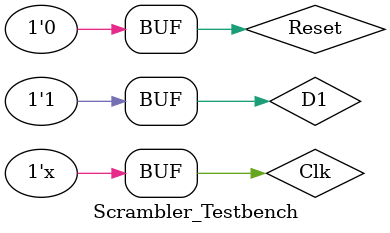
<source format=v>
`timescale 1ns / 1ps

module Scrambler_Testbench;

	// Inputs
	reg Clk;
	reg Reset;
	reg D1;

	// Outputs
	wire Out;

	// Instantiate the Unit Under Test (UUT)
	Scrambler uut (
		.Clk(Clk), 
		.Reset(Reset), 
		.D1(D1), 
		.Out(Out)
	);

	always #5 Clk = ~Clk;

	initial begin
		// Initialize Inputs
		Clk = 1;
		Reset = 1;
		D1 = 1;
		//1 1 1 1 1 1 1 1 0 0 0 0 1 1 1 1 1 1 1 1 1 1 1 1 0 0 0 0 1 1 1 1 1 1 1 1 1 1 1 1 0 0 0 0 1 1 1 1

		// Wait 100 ns for global reset to finish
		#5 Reset = 0;
		#80 D1 = 0;
		#40 D1 = 1;
		#120 D1 = 0;
		#40 D1 = 1;
		#120 D1 = 0;
		#40 D1 = 1;
        
		// Add stimulus here

	end
      
endmodule


</source>
